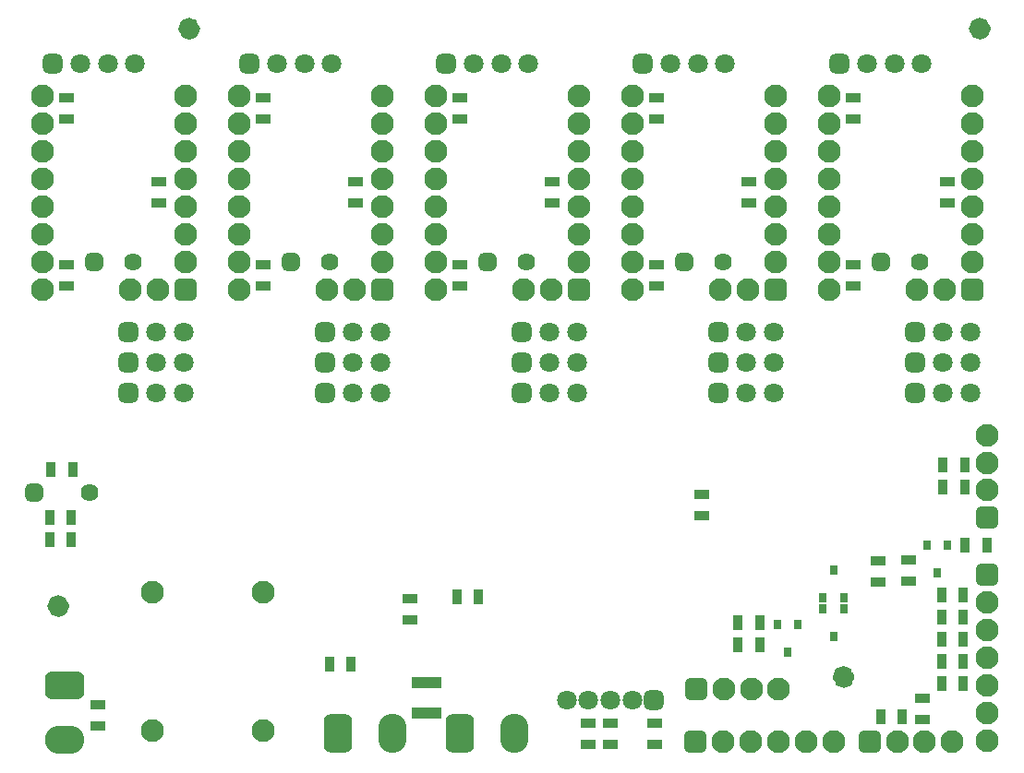
<source format=gbs>
G04*
G04 #@! TF.GenerationSoftware,Altium Limited,Altium Designer,24.5.2 (23)*
G04*
G04 Layer_Color=16711935*
%FSLAX44Y44*%
%MOMM*%
G71*
G04*
G04 #@! TF.SameCoordinates,211F2C99-C352-4B84-9391-B0A9BACE0CBF*
G04*
G04*
G04 #@! TF.FilePolarity,Negative*
G04*
G01*
G75*
%ADD18C,1.0000*%
%ADD19R,1.3700X0.8112*%
%ADD20R,0.8112X1.3700*%
%ADD31C,1.8000*%
G04:AMPARAMS|DCode=32|XSize=1.8mm|YSize=1.8mm|CornerRadius=0.475mm|HoleSize=0mm|Usage=FLASHONLY|Rotation=90.000|XOffset=0mm|YOffset=0mm|HoleType=Round|Shape=RoundedRectangle|*
%AMROUNDEDRECTD32*
21,1,1.8000,0.8500,0,0,90.0*
21,1,0.8500,1.8000,0,0,90.0*
1,1,0.9500,0.4250,0.4250*
1,1,0.9500,0.4250,-0.4250*
1,1,0.9500,-0.4250,-0.4250*
1,1,0.9500,-0.4250,0.4250*
%
%ADD32ROUNDEDRECTD32*%
G04:AMPARAMS|DCode=33|XSize=1.624mm|YSize=1.624mm|CornerRadius=0.431mm|HoleSize=0mm|Usage=FLASHONLY|Rotation=0.000|XOffset=0mm|YOffset=0mm|HoleType=Round|Shape=RoundedRectangle|*
%AMROUNDEDRECTD33*
21,1,1.6240,0.7620,0,0,0.0*
21,1,0.7620,1.6240,0,0,0.0*
1,1,0.8620,0.3810,-0.3810*
1,1,0.8620,-0.3810,-0.3810*
1,1,0.8620,-0.3810,0.3810*
1,1,0.8620,0.3810,0.3810*
%
%ADD33ROUNDEDRECTD33*%
%ADD34C,1.6240*%
%ADD35O,3.6000X2.6000*%
G04:AMPARAMS|DCode=36|XSize=2.6mm|YSize=3.6mm|CornerRadius=0.675mm|HoleSize=0mm|Usage=FLASHONLY|Rotation=270.000|XOffset=0mm|YOffset=0mm|HoleType=Round|Shape=RoundedRectangle|*
%AMROUNDEDRECTD36*
21,1,2.6000,2.2500,0,0,270.0*
21,1,1.2500,3.6000,0,0,270.0*
1,1,1.3500,-1.1250,-0.6250*
1,1,1.3500,-1.1250,0.6250*
1,1,1.3500,1.1250,0.6250*
1,1,1.3500,1.1250,-0.6250*
%
%ADD36ROUNDEDRECTD36*%
%ADD37O,2.6000X3.6000*%
G04:AMPARAMS|DCode=38|XSize=2.6mm|YSize=3.6mm|CornerRadius=0.675mm|HoleSize=0mm|Usage=FLASHONLY|Rotation=0.000|XOffset=0mm|YOffset=0mm|HoleType=Round|Shape=RoundedRectangle|*
%AMROUNDEDRECTD38*
21,1,2.6000,2.2500,0,0,0.0*
21,1,1.2500,3.6000,0,0,0.0*
1,1,1.3500,0.6250,-1.1250*
1,1,1.3500,-0.6250,-1.1250*
1,1,1.3500,-0.6250,1.1250*
1,1,1.3500,0.6250,1.1250*
%
%ADD38ROUNDEDRECTD38*%
%ADD39C,2.1000*%
G04:AMPARAMS|DCode=40|XSize=2.1mm|YSize=2.1mm|CornerRadius=0.55mm|HoleSize=0mm|Usage=FLASHONLY|Rotation=90.000|XOffset=0mm|YOffset=0mm|HoleType=Round|Shape=RoundedRectangle|*
%AMROUNDEDRECTD40*
21,1,2.1000,1.0000,0,0,90.0*
21,1,1.0000,2.1000,0,0,90.0*
1,1,1.1000,0.5000,0.5000*
1,1,1.1000,0.5000,-0.5000*
1,1,1.1000,-0.5000,-0.5000*
1,1,1.1000,-0.5000,0.5000*
%
%ADD40ROUNDEDRECTD40*%
G04:AMPARAMS|DCode=41|XSize=2.1mm|YSize=2.1mm|CornerRadius=0.55mm|HoleSize=0mm|Usage=FLASHONLY|Rotation=0.000|XOffset=0mm|YOffset=0mm|HoleType=Round|Shape=RoundedRectangle|*
%AMROUNDEDRECTD41*
21,1,2.1000,1.0000,0,0,0.0*
21,1,1.0000,2.1000,0,0,0.0*
1,1,1.1000,0.5000,-0.5000*
1,1,1.1000,-0.5000,-0.5000*
1,1,1.1000,-0.5000,0.5000*
1,1,1.1000,0.5000,0.5000*
%
%ADD41ROUNDEDRECTD41*%
%ADD79R,0.6588X0.8620*%
%ADD80R,2.7416X1.1160*%
D18*
X869070Y611010D02*
G03*
X869070Y611010I-5000J0D01*
G01*
X989070Y1141010D02*
G03*
X989070Y1141010I-5000J0D01*
G01*
X1714070D02*
G03*
X1714070Y1141010I-5000J0D01*
G01*
X1589070Y546010D02*
G03*
X1589070Y546010I-5000J0D01*
G01*
D19*
X1616186Y652910D02*
D03*
Y633098D02*
D03*
X1454150Y693674D02*
D03*
Y713486D02*
D03*
X1643380Y653796D02*
D03*
Y633984D02*
D03*
X900430Y520446D02*
D03*
Y500634D02*
D03*
X1186180Y598424D02*
D03*
Y618236D02*
D03*
X1350010Y484124D02*
D03*
Y503936D02*
D03*
X1370330Y484124D02*
D03*
Y503936D02*
D03*
X1410970Y484124D02*
D03*
Y503936D02*
D03*
X1656080Y506984D02*
D03*
Y526796D02*
D03*
X956310Y980694D02*
D03*
Y1000506D02*
D03*
X1136650Y980694D02*
D03*
Y1000506D02*
D03*
X1316990Y980694D02*
D03*
Y1000506D02*
D03*
X871220Y1077976D02*
D03*
Y1058164D02*
D03*
Y924306D02*
D03*
Y904494D02*
D03*
X1051560Y1077976D02*
D03*
Y1058164D02*
D03*
Y924306D02*
D03*
Y904494D02*
D03*
X1231900Y924306D02*
D03*
Y904494D02*
D03*
Y1077976D02*
D03*
Y1058164D02*
D03*
X1412240Y1077976D02*
D03*
Y1058164D02*
D03*
Y924306D02*
D03*
Y904494D02*
D03*
X1497330Y980694D02*
D03*
Y1000506D02*
D03*
X1592580Y924306D02*
D03*
Y904494D02*
D03*
Y1077976D02*
D03*
Y1058164D02*
D03*
X1678940Y1000760D02*
D03*
Y980948D02*
D03*
D20*
X1487424Y595630D02*
D03*
X1507236D02*
D03*
Y575310D02*
D03*
X1487424D02*
D03*
X1695704Y666750D02*
D03*
X1715516D02*
D03*
X1132586Y557530D02*
D03*
X1112774D02*
D03*
X876046Y692150D02*
D03*
X856234D02*
D03*
Y671830D02*
D03*
X876046D02*
D03*
X1249521Y619760D02*
D03*
X1229709D02*
D03*
X1638046Y509270D02*
D03*
X1618234D02*
D03*
X1695196Y740410D02*
D03*
X1675384D02*
D03*
X1693926Y539750D02*
D03*
X1674114D02*
D03*
X1693926Y580390D02*
D03*
X1674114D02*
D03*
X1693926Y560070D02*
D03*
X1674114D02*
D03*
X1693926Y600710D02*
D03*
X1674114D02*
D03*
X1693926Y621030D02*
D03*
X1674114D02*
D03*
X1695196Y720090D02*
D03*
X1675384D02*
D03*
X857504Y736600D02*
D03*
X877316D02*
D03*
D31*
X1494790Y862330D02*
D03*
X1520190D02*
D03*
X1390330Y524510D02*
D03*
X1370330D02*
D03*
X1350330D02*
D03*
X1330330D02*
D03*
X979170Y862330D02*
D03*
X953770D02*
D03*
Y834390D02*
D03*
X979170D02*
D03*
X953770Y806450D02*
D03*
X979170D02*
D03*
X884320Y1108710D02*
D03*
X909320D02*
D03*
X934320D02*
D03*
X1159510Y862330D02*
D03*
X1134110D02*
D03*
Y834390D02*
D03*
X1159510D02*
D03*
X1134110Y806450D02*
D03*
X1159510D02*
D03*
X1064660Y1108710D02*
D03*
X1089660D02*
D03*
X1114660D02*
D03*
X1245000D02*
D03*
X1270000D02*
D03*
X1295000D02*
D03*
X1314450Y806450D02*
D03*
X1339850D02*
D03*
X1314450Y834390D02*
D03*
X1339850D02*
D03*
Y862330D02*
D03*
X1314450D02*
D03*
X1425340Y1108710D02*
D03*
X1450340D02*
D03*
X1475340D02*
D03*
X1494790Y834390D02*
D03*
X1520190D02*
D03*
X1494790Y806450D02*
D03*
X1520190D02*
D03*
X1675130D02*
D03*
X1700530D02*
D03*
X1675130Y834390D02*
D03*
X1700530D02*
D03*
Y862330D02*
D03*
X1675130D02*
D03*
X1605680Y1108710D02*
D03*
X1630680D02*
D03*
X1655680D02*
D03*
D32*
X1469390Y862330D02*
D03*
X1410330Y524510D02*
D03*
X928370Y862330D02*
D03*
Y834390D02*
D03*
Y806450D02*
D03*
X859320Y1108710D02*
D03*
X1108710Y862330D02*
D03*
Y834390D02*
D03*
Y806450D02*
D03*
X1039660Y1108710D02*
D03*
X1220000D02*
D03*
X1289050Y806450D02*
D03*
Y834390D02*
D03*
Y862330D02*
D03*
X1400340Y1108710D02*
D03*
X1469390Y834390D02*
D03*
Y806450D02*
D03*
X1649730D02*
D03*
Y834390D02*
D03*
Y862330D02*
D03*
X1580680Y1108710D02*
D03*
D33*
X842010Y715010D02*
D03*
X896620Y927100D02*
D03*
X1076960D02*
D03*
X1257300D02*
D03*
X1437640D02*
D03*
X1617980D02*
D03*
D34*
X892810Y715010D02*
D03*
X932180Y927100D02*
D03*
X1112520D02*
D03*
X1292860D02*
D03*
X1473200D02*
D03*
X1653540D02*
D03*
D35*
X869950Y488080D02*
D03*
D36*
Y538080D02*
D03*
D37*
X1170540Y494030D02*
D03*
X1282300D02*
D03*
D38*
X1120540D02*
D03*
X1232300D02*
D03*
D39*
X1051560Y623570D02*
D03*
Y496570D02*
D03*
X949960Y623570D02*
D03*
Y496570D02*
D03*
X1524000Y486410D02*
D03*
X1498600D02*
D03*
X1473200D02*
D03*
X1549400D02*
D03*
X1574800D02*
D03*
X1715770Y563880D02*
D03*
Y589280D02*
D03*
Y614680D02*
D03*
Y538480D02*
D03*
Y513080D02*
D03*
Y487680D02*
D03*
X1474470Y534670D02*
D03*
X1499470D02*
D03*
X1524470D02*
D03*
X849440Y1079500D02*
D03*
Y1054100D02*
D03*
Y1028700D02*
D03*
Y1003300D02*
D03*
Y927100D02*
D03*
Y952500D02*
D03*
Y977900D02*
D03*
X929640Y901700D02*
D03*
X955040D02*
D03*
X849440D02*
D03*
X980440Y1079500D02*
D03*
Y1054100D02*
D03*
Y1028700D02*
D03*
Y1003300D02*
D03*
Y927100D02*
D03*
Y952500D02*
D03*
Y977900D02*
D03*
X1029780Y1079500D02*
D03*
Y1054100D02*
D03*
Y1028700D02*
D03*
Y1003300D02*
D03*
Y927100D02*
D03*
Y952500D02*
D03*
Y977900D02*
D03*
X1109980Y901700D02*
D03*
X1135380D02*
D03*
X1029780D02*
D03*
X1160780Y1079500D02*
D03*
Y1054100D02*
D03*
Y1028700D02*
D03*
Y1003300D02*
D03*
Y927100D02*
D03*
Y952500D02*
D03*
Y977900D02*
D03*
X1210120Y1079500D02*
D03*
Y1054100D02*
D03*
Y1028700D02*
D03*
Y1003300D02*
D03*
Y927100D02*
D03*
Y952500D02*
D03*
Y977900D02*
D03*
X1290320Y901700D02*
D03*
X1315720D02*
D03*
X1210120D02*
D03*
X1341120Y1079500D02*
D03*
Y1054100D02*
D03*
Y1028700D02*
D03*
Y1003300D02*
D03*
Y927100D02*
D03*
Y952500D02*
D03*
Y977900D02*
D03*
X1701800D02*
D03*
Y952500D02*
D03*
Y927100D02*
D03*
Y1003300D02*
D03*
Y1028700D02*
D03*
Y1054100D02*
D03*
Y1079500D02*
D03*
X1570800Y901700D02*
D03*
X1676400D02*
D03*
X1651000D02*
D03*
X1570800Y977900D02*
D03*
Y952500D02*
D03*
Y927100D02*
D03*
Y1003300D02*
D03*
Y1028700D02*
D03*
Y1054100D02*
D03*
Y1079500D02*
D03*
X1521460Y977900D02*
D03*
Y952500D02*
D03*
Y927100D02*
D03*
Y1003300D02*
D03*
Y1028700D02*
D03*
Y1054100D02*
D03*
Y1079500D02*
D03*
X1390460Y901700D02*
D03*
X1496060D02*
D03*
X1470660D02*
D03*
X1390460Y977900D02*
D03*
Y952500D02*
D03*
Y927100D02*
D03*
Y1003300D02*
D03*
Y1028700D02*
D03*
Y1054100D02*
D03*
Y1079500D02*
D03*
X1715770Y767550D02*
D03*
Y717550D02*
D03*
Y742550D02*
D03*
X1683220Y486410D02*
D03*
X1633220D02*
D03*
X1658220D02*
D03*
D40*
X1447800D02*
D03*
X1449470Y534670D02*
D03*
X1608220Y486410D02*
D03*
D41*
X1715770Y640080D02*
D03*
X980440Y901700D02*
D03*
X1160780D02*
D03*
X1341120D02*
D03*
X1701800D02*
D03*
X1521460D02*
D03*
X1715770Y692550D02*
D03*
D79*
X1532890Y568960D02*
D03*
X1523492Y594360D02*
D03*
X1542288D02*
D03*
X1574800Y643890D02*
D03*
X1584198Y618490D02*
D03*
X1565402D02*
D03*
X1574800Y582930D02*
D03*
X1565402Y608330D02*
D03*
X1584198D02*
D03*
X1670050Y641350D02*
D03*
X1660652Y666750D02*
D03*
X1679448D02*
D03*
D80*
X1201420Y541020D02*
D03*
Y513080D02*
D03*
M02*

</source>
